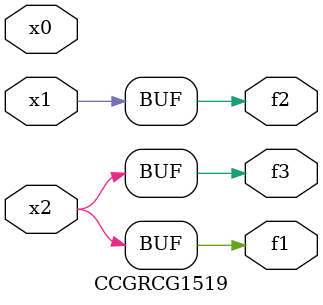
<source format=v>
module CCGRCG1519(
	input x0, x1, x2,
	output f1, f2, f3
);
	assign f1 = x2;
	assign f2 = x1;
	assign f3 = x2;
endmodule

</source>
